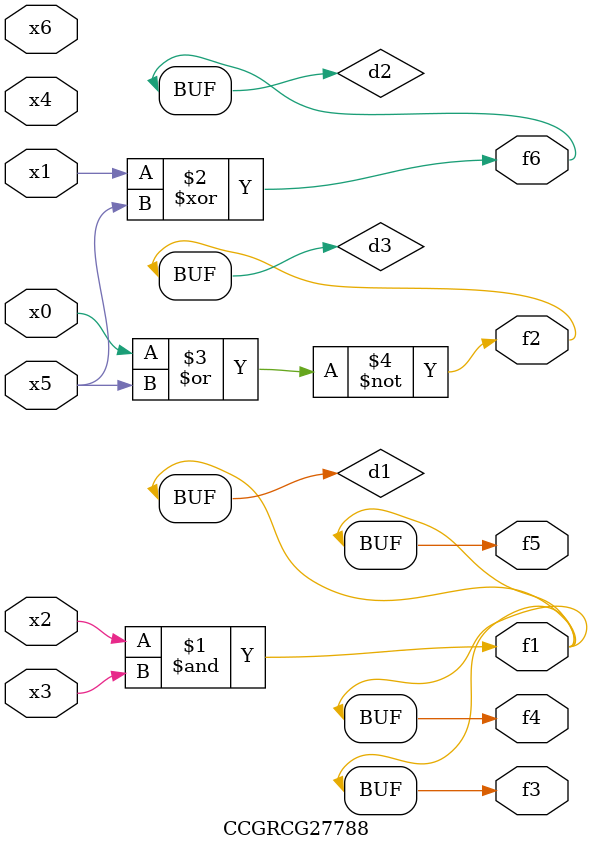
<source format=v>
module CCGRCG27788(
	input x0, x1, x2, x3, x4, x5, x6,
	output f1, f2, f3, f4, f5, f6
);

	wire d1, d2, d3;

	and (d1, x2, x3);
	xor (d2, x1, x5);
	nor (d3, x0, x5);
	assign f1 = d1;
	assign f2 = d3;
	assign f3 = d1;
	assign f4 = d1;
	assign f5 = d1;
	assign f6 = d2;
endmodule

</source>
